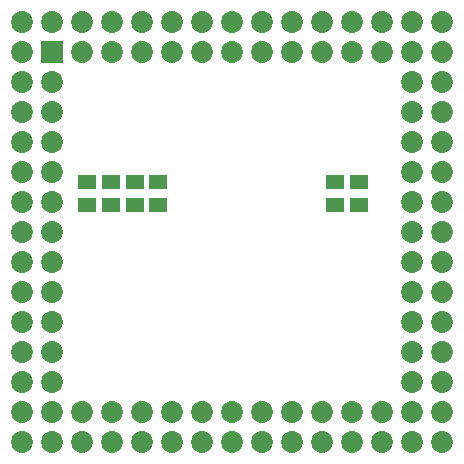
<source format=gbs>
G04 Layer_Color=16711935*
%FSLAX44Y44*%
%MOMM*%
G71*
G01*
G75*
%ADD24R,1.5032X1.2032*%
%ADD30C,1.8542*%
%ADD31R,1.8542X1.8542*%
D24*
X-122500Y42250D02*
D03*
Y22750D02*
D03*
X-102500Y42250D02*
D03*
Y22750D02*
D03*
X-82500Y42250D02*
D03*
Y22750D02*
D03*
X-62500D02*
D03*
Y42250D02*
D03*
X107500Y22750D02*
D03*
Y42250D02*
D03*
X87500Y22750D02*
D03*
Y42250D02*
D03*
D30*
X177800Y-177800D02*
D03*
Y-152400D02*
D03*
Y-127000D02*
D03*
Y-101600D02*
D03*
Y-76200D02*
D03*
Y-50800D02*
D03*
Y-25400D02*
D03*
Y0D02*
D03*
Y25400D02*
D03*
Y50800D02*
D03*
Y76200D02*
D03*
Y101600D02*
D03*
Y127000D02*
D03*
Y152400D02*
D03*
Y177800D02*
D03*
X152400Y-177800D02*
D03*
Y-127000D02*
D03*
Y-101600D02*
D03*
Y-76200D02*
D03*
Y-50800D02*
D03*
Y-25400D02*
D03*
Y0D02*
D03*
Y25400D02*
D03*
Y50800D02*
D03*
Y76200D02*
D03*
Y101600D02*
D03*
Y127000D02*
D03*
Y177800D02*
D03*
X127000Y-177800D02*
D03*
Y-152400D02*
D03*
Y152400D02*
D03*
Y177800D02*
D03*
X101600Y-177800D02*
D03*
Y-152400D02*
D03*
Y152400D02*
D03*
Y177800D02*
D03*
X76200Y-177800D02*
D03*
Y-152400D02*
D03*
Y152400D02*
D03*
Y177800D02*
D03*
X50800Y-177800D02*
D03*
Y-152400D02*
D03*
Y152400D02*
D03*
Y177800D02*
D03*
X25400Y-177800D02*
D03*
Y-152400D02*
D03*
Y152400D02*
D03*
Y177800D02*
D03*
X0Y-177800D02*
D03*
Y-152400D02*
D03*
Y152400D02*
D03*
Y177800D02*
D03*
X-25400Y-177800D02*
D03*
Y-152400D02*
D03*
Y152400D02*
D03*
Y177800D02*
D03*
X-50800Y-177800D02*
D03*
Y-152400D02*
D03*
Y152400D02*
D03*
Y177800D02*
D03*
X-76200Y-177800D02*
D03*
Y-152400D02*
D03*
Y152400D02*
D03*
Y177800D02*
D03*
X-101600Y-177800D02*
D03*
Y-152400D02*
D03*
Y152400D02*
D03*
Y177800D02*
D03*
X-127000Y-177800D02*
D03*
Y-152400D02*
D03*
Y152400D02*
D03*
Y177800D02*
D03*
X-152400Y-177800D02*
D03*
Y-127000D02*
D03*
Y-101600D02*
D03*
Y-76200D02*
D03*
Y-50800D02*
D03*
Y-25400D02*
D03*
Y0D02*
D03*
Y25400D02*
D03*
Y50800D02*
D03*
Y76200D02*
D03*
Y101600D02*
D03*
Y127000D02*
D03*
Y177800D02*
D03*
X-177800Y-177800D02*
D03*
Y-152400D02*
D03*
Y-127000D02*
D03*
Y-101600D02*
D03*
Y-76200D02*
D03*
Y-50800D02*
D03*
Y-25400D02*
D03*
Y0D02*
D03*
Y25400D02*
D03*
Y50800D02*
D03*
Y76200D02*
D03*
Y101600D02*
D03*
Y127000D02*
D03*
Y152400D02*
D03*
Y177800D02*
D03*
X-152400Y-152400D02*
D03*
X152400D02*
D03*
Y152400D02*
D03*
D31*
X-152400D02*
D03*
M02*

</source>
